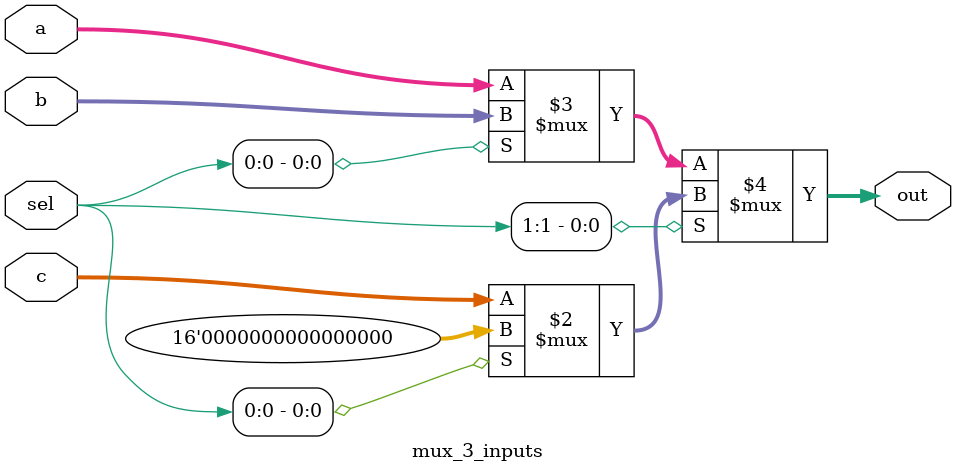
<source format=v>
module mux_3_inputs(
	input [15:0] a,
	input [15:0] b,
	input [15:0] c,
	input [1:0] sel,
	output [15:0] out
);

assign out = sel[1] ? (sel[0] ? 15'b0 : c) : (sel[0] ? b : a);

endmodule
</source>
